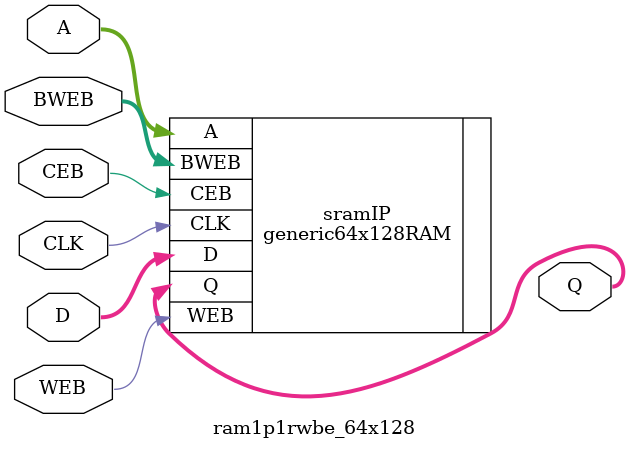
<source format=sv>

module ram1p1rwbe_64x128( 
  input  logic          CLK, 
  input  logic 	        CEB, 
  input  logic          WEB,
  input  logic [5:0]    A, 
  input  logic [127:0]  D,
  input  logic [127:0]  BWEB, 
  output logic [127:0]  Q
);

   // replace "generic64x128RAM" with "TS1N..64X128.." module from your memory vendor
   generic64x128RAM sramIP (.CLK, .CEB, .WEB, .A, .D, .BWEB, .Q);

endmodule

</source>
